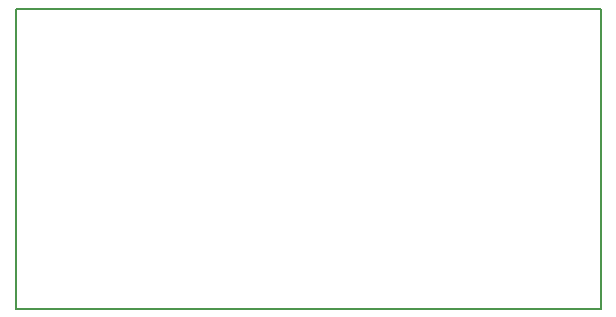
<source format=gbr>
G04 #@! TF.FileFunction,Profile,NP*
%FSLAX46Y46*%
G04 Gerber Fmt 4.6, Leading zero omitted, Abs format (unit mm)*
G04 Created by KiCad (PCBNEW 4.0.7) date 02/08/18 15:03:49*
%MOMM*%
%LPD*%
G01*
G04 APERTURE LIST*
%ADD10C,0.100000*%
%ADD11C,0.150000*%
G04 APERTURE END LIST*
D10*
D11*
X69215000Y-78740000D02*
X118745000Y-78740000D01*
X69215000Y-53340000D02*
X118745000Y-53340000D01*
X118745000Y-78740000D02*
X118745000Y-53340000D01*
X69215000Y-53340000D02*
X69215000Y-78740000D01*
M02*

</source>
